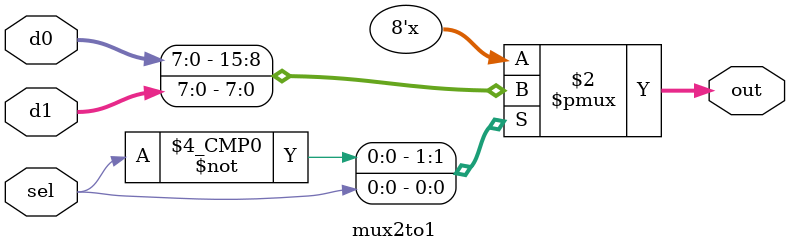
<source format=v>
module mux2to1 #(
    parameter WIDTH = 8   // Default width is 8 bits
)(
    input  wire [WIDTH-1:0] d0, d1, // Data inputs
    input  wire             sel,    // Select input
    output reg  [WIDTH-1:0] out       // Output
);

    always @(*) begin
        case (sel)
            1'b0: out = d0;
            1'b1: out = d1;
            default: out = {WIDTH{1'b0}}; // safetout default (all zeros)
        endcase
    end

endmodule
</source>
